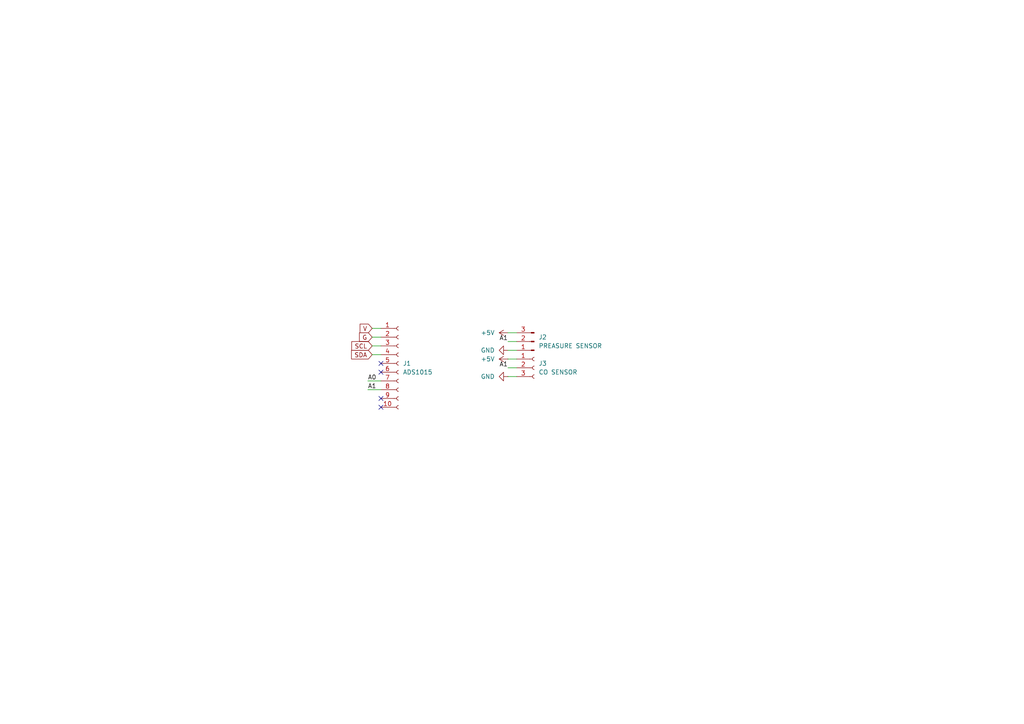
<source format=kicad_sch>
(kicad_sch (version 20231120) (generator "eeschema") (generator_version "8.0")
  (paper "A4")
  (lib_symbols
    (symbol "Connector:Conn_01x03_Pin" (pin_names (offset 1.016) hide)
      (property "Reference" "J" (at 0 5.08 0))
      (property "Value" "Conn_01x03_Pin" (at 0 -5.08 0))
      (symbol "Conn_01x03_Pin_1_1"
        (polyline (pts (xy 1.27 -2.54) (xy 0.8636 -2.54)) (stroke (width 0.1524)))
        (polyline (pts (xy 1.27 0) (xy 0.8636 0)) (stroke (width 0.1524)))
        (polyline (pts (xy 1.27 2.54) (xy 0.8636 2.54)) (stroke (width 0.1524)))
        (rectangle (start 0.8636 -2.413) (end 0 -2.667) (stroke (width 0.1524)) (fill (type outline)))
        (rectangle (start 0.8636 0.127) (end 0 -0.127) (stroke (width 0.1524)) (fill (type outline)))
        (rectangle (start 0.8636 2.667) (end 0 2.413) (stroke (width 0.1524)) (fill (type outline)))
        (pin passive line (at 5.08 2.54 180) (length 3.81) (name "Pin_1") (number "1"))
        (pin passive line (at 5.08 0 180) (length 3.81) (name "Pin_2") (number "2"))
        (pin passive line (at 5.08 -2.54 180) (length 3.81) (name "Pin_3") (number "3"))
      )
    )
    (symbol "Connector:Conn_01x03_Socket" (pin_names (offset 1.016) hide)
      (property "Reference" "J" (at 0 5.08 0))
      (property "Value" "Conn_01x03_Socket" (at 0 -5.08 0))
      (symbol "Conn_01x03_Socket_1_1"
        (arc (start 0 -2.032) (mid -0.5058 -2.54) (end 0 -3.048) (stroke (width 0.1524)))
        (polyline (pts (xy -1.27 -2.54) (xy -0.508 -2.54)) (stroke (width 0.1524)))
        (polyline (pts (xy -1.27 0) (xy -0.508 0)) (stroke (width 0.1524)))
        (polyline (pts (xy -1.27 2.54) (xy -0.508 2.54)) (stroke (width 0.1524)))
        (arc (start 0 0.508) (mid -0.5058 0) (end 0 -0.508) (stroke (width 0.1524)))
        (arc (start 0 3.048) (mid -0.5058 2.54) (end 0 2.032) (stroke (width 0.1524)))
        (pin passive line (at -5.08 2.54 0) (length 3.81) (name "Pin_1") (number "1"))
        (pin passive line (at -5.08 0 0) (length 3.81) (name "Pin_2") (number "2"))
        (pin passive line (at -5.08 -2.54 0) (length 3.81) (name "Pin_3") (number "3"))
      )
    )
    (symbol "Connector:Conn_01x10_Socket" (pin_names (offset 1.016) hide)
      (property "Reference" "J" (at 0 12.7 0))
      (property "Value" "Conn_01x10_Socket" (at 0 -15.24 0))
      (symbol "Conn_01x10_Socket_1_1"
        (arc (start 0 -12.192) (mid -0.5058 -12.7) (end 0 -13.208) (stroke (width 0.1524)))
        (arc (start 0 -9.652) (mid -0.5058 -10.16) (end 0 -10.668) (stroke (width 0.1524)))
        (arc (start 0 -7.112) (mid -0.5058 -7.62) (end 0 -8.128) (stroke (width 0.1524)))
        (arc (start 0 -4.572) (mid -0.5058 -5.08) (end 0 -5.588) (stroke (width 0.1524)))
        (arc (start 0 -2.032) (mid -0.5058 -2.54) (end 0 -3.048) (stroke (width 0.1524)))
        (polyline (pts (xy -1.27 -12.7) (xy -0.508 -12.7)) (stroke (width 0.1524)))
        (polyline (pts (xy -1.27 -10.16) (xy -0.508 -10.16)) (stroke (width 0.1524)))
        (polyline (pts (xy -1.27 -7.62) (xy -0.508 -7.62)) (stroke (width 0.1524)))
        (polyline (pts (xy -1.27 -5.08) (xy -0.508 -5.08)) (stroke (width 0.1524)))
        (polyline (pts (xy -1.27 -2.54) (xy -0.508 -2.54)) (stroke (width 0.1524)))
        (polyline (pts (xy -1.27 0) (xy -0.508 0)) (stroke (width 0.1524)))
        (polyline (pts (xy -1.27 2.54) (xy -0.508 2.54)) (stroke (width 0.1524)))
        (polyline (pts (xy -1.27 5.08) (xy -0.508 5.08)) (stroke (width 0.1524)))
        (polyline (pts (xy -1.27 7.62) (xy -0.508 7.62)) (stroke (width 0.1524)))
        (polyline (pts (xy -1.27 10.16) (xy -0.508 10.16)) (stroke (width 0.1524)))
        (arc (start 0 0.508) (mid -0.5058 0) (end 0 -0.508) (stroke (width 0.1524)))
        (arc (start 0 3.048) (mid -0.5058 2.54) (end 0 2.032) (stroke (width 0.1524)))
        (arc (start 0 5.588) (mid -0.5058 5.08) (end 0 4.572) (stroke (width 0.1524)))
        (arc (start 0 8.128) (mid -0.5058 7.62) (end 0 7.112) (stroke (width 0.1524)))
        (arc (start 0 10.668) (mid -0.5058 10.16) (end 0 9.652) (stroke (width 0.1524)))
        (pin passive line (at -5.08 10.16 0) (length 3.81) (name "Pin_1") (number "1"))
        (pin passive line (at -5.08 -12.7 0) (length 3.81) (name "Pin_10") (number "10"))
        (pin passive line (at -5.08 7.62 0) (length 3.81) (name "Pin_2") (number "2"))
        (pin passive line (at -5.08 5.08 0) (length 3.81) (name "Pin_3") (number "3"))
        (pin passive line (at -5.08 2.54 0) (length 3.81) (name "Pin_4") (number "4"))
        (pin passive line (at -5.08 0 0) (length 3.81) (name "Pin_5") (number "5"))
        (pin passive line (at -5.08 -2.54 0) (length 3.81) (name "Pin_6") (number "6"))
        (pin passive line (at -5.08 -5.08 0) (length 3.81) (name "Pin_7") (number "7"))
        (pin passive line (at -5.08 -7.62 0) (length 3.81) (name "Pin_8") (number "8"))
        (pin passive line (at -5.08 -10.16 0) (length 3.81) (name "Pin_9") (number "9"))
      )
    )
    (symbol "power:+5V" (power) (pin_numbers hide) (pin_names (offset 0) hide)
      (property "Value" "+5V" (at 0 3.556 0))
      (symbol "+5V_0_1"
        (polyline (pts (xy -0.762 1.27) (xy 0 2.54)))
        (polyline (pts (xy 0 0) (xy 0 2.54)))
        (polyline (pts (xy 0 2.54) (xy 0.762 1.27)))
      )
      (symbol "+5V_1_1"
        (pin power_in line (at 0 0 90) (length 0) (name "~") (number "1"))
      )
    )
    (symbol "power:GND" (power) (pin_numbers hide) (pin_names (offset 0) hide)
      (property "Value" "GND" (at 0 -3.81 0))
      (symbol "GND_0_1"
        (polyline (pts (xy 0 0) (xy 0 -1.27) (xy 1.27 -1.27) (xy 0 -2.54) (xy -1.27 -1.27) (xy 0 -1.27)))
      )
      (symbol "GND_1_1"
        (pin power_in line (at 0 0 270) (length 0) (name "~") (number "1"))
      )
    )
  )
  (no_connect (at 110.49 115.57))
  (no_connect (at 110.49 118.11))
  (no_connect (at 110.49 105.41))
  (no_connect (at 110.49 107.95))
  (wire (pts (xy 147.32 106.68) (xy 149.86 106.68)))
  (wire (pts (xy 147.32 104.14) (xy 149.86 104.14)))
  (wire (pts (xy 106.68 113.03) (xy 110.49 113.03)))
  (wire (pts (xy 107.95 102.87) (xy 110.49 102.87)))
  (wire (pts (xy 147.32 96.52) (xy 149.86 96.52)))
  (wire (pts (xy 147.32 109.22) (xy 149.86 109.22)))
  (wire (pts (xy 107.95 97.79) (xy 110.49 97.79)))
  (wire (pts (xy 107.95 100.33) (xy 110.49 100.33)))
  (wire (pts (xy 147.32 101.6) (xy 149.86 101.6)))
  (wire (pts (xy 147.32 99.06) (xy 149.86 99.06)))
  (wire (pts (xy 106.68 110.49) (xy 110.49 110.49)))
  (wire (pts (xy 107.95 95.25) (xy 110.49 95.25)))
  (label "A1" (at 147.32 106.68 180))
  (label "A1" (at 147.32 99.06 180))
  (label "A0" (at 106.68 110.49 0))
  (label "A1" (at 106.68 113.03 0))
  (global_label "G" (shape input) (at 107.95 97.79 180) (property "Intersheetrefs" "${INTERSHEET_REFS}" (effects (hide yes))))
  (global_label "V" (shape input) (at 107.95 95.25 180) (property "Intersheetrefs" "${INTERSHEET_REFS}" (effects (hide yes))))
  (global_label "SDA" (shape input) (at 107.95 102.87 180) (property "Intersheetrefs" "${INTERSHEET_REFS}" (effects (hide yes))))
  (global_label "SCL" (shape input) (at 107.95 100.33 180) (property "Intersheetrefs" "${INTERSHEET_REFS}" (effects (hide yes))))
  (symbol (lib_id "power:+5V") (at 147.32 104.14 90) (unit 1)
    (property "Reference" "#PWR02" (effects (hide yes)))
    (property "Value" "+5V" (at 143.51 104.1399 90) (effects (justify left)))
    (property "Description" "Power symbol creates a global label with name \"+5V\"" (effects (hide yes)))
  )
  (symbol (lib_id "power:GND") (at 147.32 109.22 270) (unit 1)
    (property "Reference" "#PWR04" (effects (hide yes)))
    (property "Value" "GND" (at 143.51 109.2199 90) (effects (justify right)))
    (property "Description" "Power symbol creates a global label with name \"GND\" , ground" (effects (hide yes)))
  )
  (symbol (lib_id "power:GND") (at 147.32 101.6 270) (unit 1)
    (property "Reference" "#PWR03" (effects (hide yes)))
    (property "Value" "GND" (at 143.51 101.5999 90) (effects (justify right)))
    (property "Description" "Power symbol creates a global label with name \"GND\" , ground" (effects (hide yes)))
  )
  (symbol (lib_id "power:+5V") (at 147.32 96.52 90) (unit 1)
    (property "Reference" "#PWR01" (effects (hide yes)))
    (property "Value" "+5V" (at 143.51 96.5199 90) (effects (justify left)))
    (property "Description" "Power symbol creates a global label with name \"+5V\"" (effects (hide yes)))
  )
  (symbol (lib_id "Connector:Conn_01x10_Socket") (at 115.57 105.41 0) (unit 1)
    (property "Reference" "J1" (at 116.84 105.4099 0) (effects (justify left)))
    (property "Value" "ADS1015" (at 116.84 107.9499 0) (effects (justify left)))
    (property "Footprint" "Connector_PinSocket_2.54mm:PinSocket_1x10_P2.54mm_Vertical" (effects (hide yes)))
    (property "Description" "Generic connector, single row, 01x10, script generated" (effects (hide yes)))
  )
  (symbol (lib_id "Connector:Conn_01x03_Pin") (at 154.94 99.06 180) (unit 1)
    (property "Reference" "J2" (at 156.21 97.7899 0) (effects (justify right)))
    (property "Value" "PREASURE SENSOR" (at 156.21 100.3299 0) (effects (justify right)))
    (property "Footprint" "Connector_JST:JST_XH_B3B-XH-A_1x03_P2.50mm_Vertical" (effects (hide yes)))
    (property "Description" "Generic connector, single row, 01x03, script generated" (effects (hide yes)))
  )
  (symbol (lib_id "Connector:Conn_01x03_Socket") (at 154.94 106.68 0) (unit 1)
    (property "Reference" "J3" (at 156.21 105.4099 0) (effects (justify left)))
    (property "Value" "CO SENSOR" (at 156.21 107.9499 0) (effects (justify left)))
    (property "Footprint" "Connector_JST:JST_XA_B03B-XASK-1_1x03_P2.50mm_Vertical" (effects (hide yes)))
    (property "Description" "Generic connector, single row, 01x03, script generated" (effects (hide yes)))
  )
)
</source>
